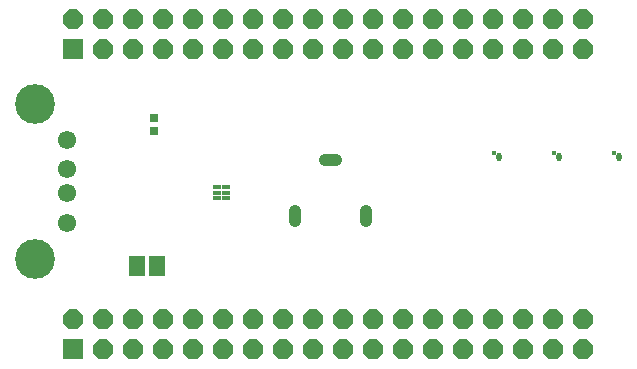
<source format=gbr>
G04 EAGLE Gerber RS-274X export*
G75*
%MOMM*%
%FSLAX34Y34*%
%LPD*%
%INSoldermask Top*%
%IPPOS*%
%AMOC8*
5,1,8,0,0,1.08239X$1,22.5*%
G01*
%ADD10R,1.676400X1.676400*%
%ADD11P,1.814519X8X22.500000*%
%ADD12R,0.457200X0.304800*%
%ADD13R,0.558800X0.304800*%
%ADD14R,0.304800X0.304800*%
%ADD15C,1.057200*%
%ADD16R,1.452400X1.652400*%
%ADD17R,0.672400X0.452400*%
%ADD18R,0.642400X0.452400*%
%ADD19C,1.552400*%
%ADD20C,3.372400*%
%ADD21R,0.660400X0.762000*%


D10*
X148000Y60700D03*
D11*
X148000Y86100D03*
X173400Y60700D03*
X173400Y86100D03*
X198800Y60700D03*
X198800Y86100D03*
X224200Y60700D03*
X224200Y86100D03*
X249600Y60700D03*
X249600Y86100D03*
X275000Y60700D03*
X275000Y86100D03*
X300400Y60700D03*
X300400Y86100D03*
X325800Y60700D03*
X325800Y86100D03*
X351200Y60700D03*
X351200Y86100D03*
X376600Y60700D03*
X376600Y86100D03*
X402000Y60700D03*
X402000Y86100D03*
X427400Y60700D03*
X427400Y86100D03*
X452800Y60700D03*
X452800Y86100D03*
X478200Y60700D03*
X478200Y86100D03*
X503600Y60700D03*
X503600Y86100D03*
X529000Y60700D03*
X529000Y86100D03*
X554400Y60700D03*
X554400Y86100D03*
X579800Y60700D03*
X579800Y86100D03*
D10*
X148000Y314700D03*
D11*
X148000Y340100D03*
X173400Y314700D03*
X173400Y340100D03*
X198800Y314700D03*
X198800Y340100D03*
X224200Y314700D03*
X224200Y340100D03*
X249600Y314700D03*
X249600Y340100D03*
X275000Y314700D03*
X275000Y340100D03*
X300400Y314700D03*
X300400Y340100D03*
X325800Y314700D03*
X325800Y340100D03*
X351200Y314700D03*
X351200Y340100D03*
X376600Y314700D03*
X376600Y340100D03*
X402000Y314700D03*
X402000Y340100D03*
X427400Y314700D03*
X427400Y340100D03*
X452800Y314700D03*
X452800Y340100D03*
X478200Y314700D03*
X478200Y340100D03*
X503600Y314700D03*
X503600Y340100D03*
X529000Y314700D03*
X529000Y340100D03*
X554400Y314700D03*
X554400Y340100D03*
X579800Y314700D03*
X579800Y340100D03*
D12*
X558800Y221820D03*
D13*
X558800Y223520D03*
D12*
X558800Y225220D03*
D14*
X555200Y227120D03*
D15*
X370284Y220736D02*
X361236Y220736D01*
X335760Y178260D02*
X335760Y169212D01*
X395760Y169212D02*
X395760Y178260D01*
D16*
X218812Y131064D03*
X201812Y131064D03*
D12*
X508000Y221820D03*
D13*
X508000Y223520D03*
D12*
X508000Y225220D03*
D14*
X504400Y227120D03*
D12*
X609600Y221820D03*
D13*
X609600Y223520D03*
D12*
X609600Y225220D03*
D14*
X606000Y227120D03*
D17*
X269504Y198548D03*
D18*
X269554Y193548D03*
X269554Y188548D03*
X277054Y188548D03*
X277054Y193548D03*
X277054Y198548D03*
D19*
X142600Y238200D03*
X142600Y213200D03*
X142600Y193200D03*
X142600Y168200D03*
D20*
X115499Y268900D03*
X115499Y137500D03*
D21*
X215900Y245872D03*
X215900Y257048D03*
M02*

</source>
